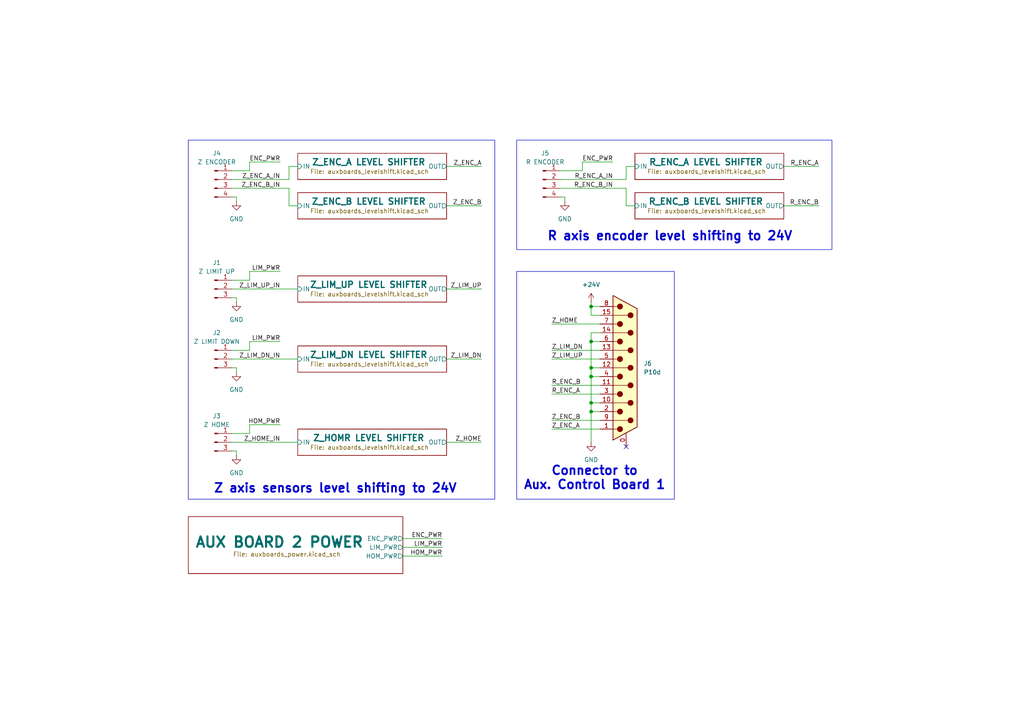
<source format=kicad_sch>
(kicad_sch (version 20231120) (generator "eeschema") (generator_version "8.0")
  (paper "A4")
  (title_block (title "Karcsi (INDACT Robot Arm) - Aux. Control Board 2") (date "2024-05-20") (rev "1.1") (company "LEGO Kör (legokor.hu)") (comment 1 "Designed by Máté Kovács, Panka Horváth, Gergely Halász") (comment 2 "Reviewed by Máté Kovács, Andi Serban, Péter Varga"))
  (lib_symbols
    (symbol "Connector:Conn_01x03_Pin" (pin_names (offset 1.016) hide)
      (property "Reference" "J" (at 0 5.08 0))
      (property "Value" "Conn_01x03_Pin" (at 0 -5.08 0))
      (symbol "Conn_01x03_Pin_1_1"
        (polyline (pts (xy 1.27 -2.54) (xy 0.8636 -2.54)) (stroke (width 0.1524)))
        (polyline (pts (xy 1.27 0) (xy 0.8636 0)) (stroke (width 0.1524)))
        (polyline (pts (xy 1.27 2.54) (xy 0.8636 2.54)) (stroke (width 0.1524)))
        (rectangle (start 0.8636 -2.413) (end 0 -2.667) (stroke (width 0.1524)) (fill (type outline)))
        (rectangle (start 0.8636 0.127) (end 0 -0.127) (stroke (width 0.1524)) (fill (type outline)))
        (rectangle (start 0.8636 2.667) (end 0 2.413) (stroke (width 0.1524)) (fill (type outline)))
        (pin passive line (at 5.08 2.54 180) (length 3.81) (name "Pin_1") (number "1"))
        (pin passive line (at 5.08 0 180) (length 3.81) (name "Pin_2") (number "2"))
        (pin passive line (at 5.08 -2.54 180) (length 3.81) (name "Pin_3") (number "3"))
      )
    )
    (symbol "Connector:Conn_01x04_Pin" (pin_names (offset 1.016) hide)
      (property "Reference" "J" (at 0 5.08 0))
      (property "Value" "Conn_01x04_Pin" (at 0 -7.62 0))
      (symbol "Conn_01x04_Pin_1_1"
        (polyline (pts (xy 1.27 -5.08) (xy 0.8636 -5.08)) (stroke (width 0.1524)))
        (polyline (pts (xy 1.27 -2.54) (xy 0.8636 -2.54)) (stroke (width 0.1524)))
        (polyline (pts (xy 1.27 0) (xy 0.8636 0)) (stroke (width 0.1524)))
        (polyline (pts (xy 1.27 2.54) (xy 0.8636 2.54)) (stroke (width 0.1524)))
        (rectangle (start 0.8636 -4.953) (end 0 -5.207) (stroke (width 0.1524)) (fill (type outline)))
        (rectangle (start 0.8636 -2.413) (end 0 -2.667) (stroke (width 0.1524)) (fill (type outline)))
        (rectangle (start 0.8636 0.127) (end 0 -0.127) (stroke (width 0.1524)) (fill (type outline)))
        (rectangle (start 0.8636 2.667) (end 0 2.413) (stroke (width 0.1524)) (fill (type outline)))
        (pin passive line (at 5.08 2.54 180) (length 3.81) (name "Pin_1") (number "1"))
        (pin passive line (at 5.08 0 180) (length 3.81) (name "Pin_2") (number "2"))
        (pin passive line (at 5.08 -2.54 180) (length 3.81) (name "Pin_3") (number "3"))
        (pin passive line (at 5.08 -5.08 180) (length 3.81) (name "Pin_4") (number "4"))
      )
    )
    (symbol "Connector:DA15_Plug_MountingHoles" (pin_names (offset 1.016) hide)
      (property "Reference" "J" (at 0 24.13 0))
      (property "Value" "DA15_Plug_MountingHoles" (at 0 22.225 0))
      (symbol "DA15_Plug_MountingHoles_0_1"
        (circle (center -1.778 -17.78) (radius 0.762) (fill (type outline)))
        (circle (center -1.778 -12.7) (radius 0.762) (fill (type outline)))
        (circle (center -1.778 -7.62) (radius 0.762) (fill (type outline)))
        (circle (center -1.778 -2.54) (radius 0.762) (fill (type outline)))
        (circle (center -1.778 2.54) (radius 0.762) (fill (type outline)))
        (circle (center -1.778 7.62) (radius 0.762) (fill (type outline)))
        (circle (center -1.778 12.7) (radius 0.762) (fill (type outline)))
        (circle (center -1.778 17.78) (radius 0.762) (fill (type outline)))
        (polyline (pts (xy -3.81 -17.78) (xy -2.54 -17.78)))
        (polyline (pts (xy -3.81 -15.24) (xy 0.508 -15.24)))
        (polyline (pts (xy -3.81 -12.7) (xy -2.54 -12.7)))
        (polyline (pts (xy -3.81 -10.16) (xy 0.508 -10.16)))
        (polyline (pts (xy -3.81 -7.62) (xy -2.54 -7.62)))
        (polyline (pts (xy -3.81 -5.08) (xy 0.508 -5.08)))
        (polyline (pts (xy -3.81 -2.54) (xy -2.54 -2.54)))
        (polyline (pts (xy -3.81 0) (xy 0.508 0)))
        (polyline (pts (xy -3.81 2.54) (xy -2.54 2.54)))
        (polyline (pts (xy -3.81 5.08) (xy 0.508 5.08)))
        (polyline (pts (xy -3.81 7.62) (xy -2.54 7.62)))
        (polyline (pts (xy -3.81 10.16) (xy 0.508 10.16)))
        (polyline (pts (xy -3.81 12.7) (xy -2.54 12.7)))
        (polyline (pts (xy -3.81 15.24) (xy 0.508 15.24)))
        (polyline (pts (xy -3.81 17.78) (xy -2.54 17.78)))
        (polyline (pts (xy -3.81 -20.955) (xy 3.175 -17.145) (xy 3.175 17.145) (xy -3.81 20.955) (xy -3.81 -20.955)) (stroke (width 0.254)) (fill (type background)))
        (circle (center 1.27 -15.24) (radius 0.762) (fill (type outline)))
        (circle (center 1.27 -10.16) (radius 0.762) (fill (type outline)))
        (circle (center 1.27 -5.08) (radius 0.762) (fill (type outline)))
        (circle (center 1.27 0) (radius 0.762) (fill (type outline)))
        (circle (center 1.27 5.08) (radius 0.762) (fill (type outline)))
        (circle (center 1.27 10.16) (radius 0.762) (fill (type outline)))
        (circle (center 1.27 15.24) (radius 0.762) (fill (type outline)))
      )
      (symbol "DA15_Plug_MountingHoles_1_1"
        (pin passive line (at 0 -22.86 90) (length 3.81) (name "PAD") (number "0"))
        (pin passive line (at -7.62 -17.78 0) (length 3.81) (name "1") (number "1"))
        (pin passive line (at -7.62 -10.16 0) (length 3.81) (name "P10") (number "10"))
        (pin passive line (at -7.62 -5.08 0) (length 3.81) (name "P111") (number "11"))
        (pin passive line (at -7.62 0 0) (length 3.81) (name "P12") (number "12"))
        (pin passive line (at -7.62 5.08 0) (length 3.81) (name "P13") (number "13"))
        (pin passive line (at -7.62 10.16 0) (length 3.81) (name "P14") (number "14"))
        (pin passive line (at -7.62 15.24 0) (length 3.81) (name "P15") (number "15"))
        (pin passive line (at -7.62 -12.7 0) (length 3.81) (name "2") (number "2"))
        (pin passive line (at -7.62 -7.62 0) (length 3.81) (name "3") (number "3"))
        (pin passive line (at -7.62 -2.54 0) (length 3.81) (name "4") (number "4"))
        (pin passive line (at -7.62 2.54 0) (length 3.81) (name "5") (number "5"))
        (pin passive line (at -7.62 7.62 0) (length 3.81) (name "6") (number "6"))
        (pin passive line (at -7.62 12.7 0) (length 3.81) (name "7") (number "7"))
        (pin passive line (at -7.62 17.78 0) (length 3.81) (name "8") (number "8"))
        (pin passive line (at -7.62 -15.24 0) (length 3.81) (name "P9") (number "9"))
      )
    )
    (symbol "power:+24V" (power) (pin_numbers hide) (pin_names (offset 0) hide)
      (property "Value" "+24V" (at 0 3.556 0))
      (symbol "+24V_0_1"
        (polyline (pts (xy -0.762 1.27) (xy 0 2.54)))
        (polyline (pts (xy 0 0) (xy 0 2.54)))
        (polyline (pts (xy 0 2.54) (xy 0.762 1.27)))
      )
      (symbol "+24V_1_1"
        (pin power_in line (at 0 0 90) (length 0) (name "~") (number "1"))
      )
    )
    (symbol "power:GND" (power) (pin_numbers hide) (pin_names (offset 0) hide)
      (property "Value" "GND" (at 0 -3.81 0))
      (symbol "GND_0_1"
        (polyline (pts (xy 0 0) (xy 0 -1.27) (xy 1.27 -1.27) (xy 0 -2.54) (xy -1.27 -1.27) (xy 0 -1.27)))
      )
      (symbol "GND_1_1"
        (pin power_in line (at 0 0 270) (length 0) (name "~") (number "1"))
      )
    )
  )
  (junction (at 171.45 88.9))
  (junction (at 171.45 99.06))
  (junction (at 171.45 109.22))
  (junction (at 171.45 106.68))
  (junction (at 171.45 116.84))
  (junction (at 171.45 119.38))
  (no_connect (at 181.61 129.54))
  (wire (pts (xy 129.54 59.69) (xy 139.7 59.69)))
  (wire (pts (xy 83.82 54.61) (xy 83.82 59.69)))
  (wire (pts (xy 67.31 81.28) (xy 72.39 81.28)))
  (wire (pts (xy 168.91 46.99) (xy 168.91 49.53)))
  (wire (pts (xy 181.61 48.26) (xy 184.15 48.26)))
  (wire (pts (xy 171.45 128.27) (xy 171.45 119.38)))
  (wire (pts (xy 162.56 49.53) (xy 168.91 49.53)))
  (wire (pts (xy 227.33 48.26) (xy 237.49 48.26)))
  (wire (pts (xy 171.45 88.9) (xy 171.45 87.63)))
  (wire (pts (xy 67.31 52.07) (xy 83.82 52.07)))
  (wire (pts (xy 160.02 93.98) (xy 173.99 93.98)))
  (wire (pts (xy 162.56 52.07) (xy 181.61 52.07)))
  (wire (pts (xy 171.45 109.22) (xy 171.45 116.84)))
  (wire (pts (xy 72.39 125.73) (xy 72.39 123.19)))
  (wire (pts (xy 171.45 91.44) (xy 171.45 88.9)))
  (wire (pts (xy 67.31 104.14) (xy 86.36 104.14)))
  (wire (pts (xy 72.39 101.6) (xy 72.39 99.06)))
  (wire (pts (xy 173.99 99.06) (xy 171.45 99.06)))
  (wire (pts (xy 68.58 106.68) (xy 68.58 107.95)))
  (wire (pts (xy 116.84 156.21) (xy 128.27 156.21)))
  (wire (pts (xy 162.56 54.61) (xy 181.61 54.61)))
  (wire (pts (xy 160.02 111.76) (xy 173.99 111.76)))
  (wire (pts (xy 171.45 106.68) (xy 171.45 109.22)))
  (wire (pts (xy 160.02 121.92) (xy 173.99 121.92)))
  (wire (pts (xy 67.31 125.73) (xy 72.39 125.73)))
  (wire (pts (xy 68.58 86.36) (xy 68.58 87.63)))
  (wire (pts (xy 173.99 116.84) (xy 171.45 116.84)))
  (wire (pts (xy 67.31 49.53) (xy 72.39 49.53)))
  (wire (pts (xy 177.8 46.99) (xy 168.91 46.99)))
  (wire (pts (xy 171.45 99.06) (xy 171.45 106.68)))
  (wire (pts (xy 67.31 101.6) (xy 72.39 101.6)))
  (wire (pts (xy 129.54 83.82) (xy 139.7 83.82)))
  (wire (pts (xy 181.61 54.61) (xy 181.61 59.69)))
  (wire (pts (xy 171.45 116.84) (xy 171.45 119.38)))
  (wire (pts (xy 173.99 106.68) (xy 171.45 106.68)))
  (wire (pts (xy 171.45 96.52) (xy 171.45 99.06)))
  (wire (pts (xy 68.58 57.15) (xy 68.58 58.42)))
  (wire (pts (xy 116.84 158.75) (xy 128.27 158.75)))
  (wire (pts (xy 116.84 161.29) (xy 128.27 161.29)))
  (wire (pts (xy 160.02 101.6) (xy 173.99 101.6)))
  (wire (pts (xy 67.31 130.81) (xy 68.58 130.81)))
  (wire (pts (xy 181.61 59.69) (xy 184.15 59.69)))
  (wire (pts (xy 67.31 86.36) (xy 68.58 86.36)))
  (wire (pts (xy 181.61 52.07) (xy 181.61 48.26)))
  (wire (pts (xy 160.02 124.46) (xy 173.99 124.46)))
  (wire (pts (xy 83.82 59.69) (xy 86.36 59.69)))
  (wire (pts (xy 67.31 57.15) (xy 68.58 57.15)))
  (wire (pts (xy 227.33 59.69) (xy 237.49 59.69)))
  (wire (pts (xy 129.54 48.26) (xy 139.7 48.26)))
  (wire (pts (xy 67.31 106.68) (xy 68.58 106.68)))
  (wire (pts (xy 129.54 128.27) (xy 139.7 128.27)))
  (wire (pts (xy 83.82 48.26) (xy 86.36 48.26)))
  (wire (pts (xy 72.39 81.28) (xy 72.39 78.74)))
  (wire (pts (xy 171.45 119.38) (xy 173.99 119.38)))
  (wire (pts (xy 173.99 96.52) (xy 171.45 96.52)))
  (wire (pts (xy 72.39 78.74) (xy 81.28 78.74)))
  (wire (pts (xy 173.99 109.22) (xy 171.45 109.22)))
  (wire (pts (xy 160.02 104.14) (xy 173.99 104.14)))
  (wire (pts (xy 67.31 54.61) (xy 83.82 54.61)))
  (wire (pts (xy 160.02 114.3) (xy 173.99 114.3)))
  (wire (pts (xy 81.28 46.99) (xy 72.39 46.99)))
  (wire (pts (xy 67.31 128.27) (xy 86.36 128.27)))
  (wire (pts (xy 67.31 83.82) (xy 86.36 83.82)))
  (wire (pts (xy 72.39 99.06) (xy 81.28 99.06)))
  (wire (pts (xy 129.54 104.14) (xy 139.7 104.14)))
  (wire (pts (xy 173.99 91.44) (xy 171.45 91.44)))
  (wire (pts (xy 72.39 123.19) (xy 81.28 123.19)))
  (wire (pts (xy 83.82 52.07) (xy 83.82 48.26)))
  (wire (pts (xy 68.58 130.81) (xy 68.58 132.08)))
  (wire (pts (xy 163.83 57.15) (xy 163.83 58.42)))
  (wire (pts (xy 162.56 57.15) (xy 163.83 57.15)))
  (wire (pts (xy 173.99 88.9) (xy 171.45 88.9)))
  (wire (pts (xy 72.39 46.99) (xy 72.39 49.53)))
  (rectangle (start 149.86 78.74) (end 195.58 144.78))
  (rectangle (start 149.86 40.64) (end 241.3 72.39))
  (rectangle (start 54.61 40.64) (end 143.51 144.78))
  (text "Connector to\nAux. Control Board 1" (at 172.466 138.684 0) (effects (font (size 2.54 2.54) (bold yes))))
  (text "Z axis sensors level shifting to 24V" (at 97.282 141.732 0) (effects (font (size 2.54 2.54) (thickness 0.508) (bold yes))))
  (text "R axis encoder level shifting to 24V" (at 194.31 68.58 0) (effects (font (size 2.54 2.54) (bold yes))))
  (label "Z_ENC_B_IN" (at 81.28 54.61 180))
  (label "Z_LIM_UP" (at 160.02 104.14 0))
  (label "ENC_PWR" (at 128.27 156.21 180))
  (label "LIM_PWR" (at 128.27 158.75 180))
  (label "Z_ENC_B" (at 160.02 121.92 0))
  (label "R_ENC_A" (at 237.49 48.26 180))
  (label "ENC_PWR" (at 81.28 46.99 180))
  (label "LIM_PWR" (at 81.28 99.06 180))
  (label "Z_HOME" (at 160.02 93.98 0))
  (label "ENC_PWR" (at 177.8 46.99 180))
  (label "Z_LIM_DN_IN" (at 81.28 104.14 180))
  (label "R_ENC_A_IN" (at 177.8 52.07 180))
  (label "Z_LIM_DN" (at 139.7 104.14 180))
  (label "LIM_PWR" (at 81.28 78.74 180))
  (label "Z_ENC_A_IN" (at 81.28 52.07 180))
  (label "Z_LIM_UP" (at 139.7 83.82 180))
  (label "HOM_PWR" (at 128.27 161.29 180))
  (label "R_ENC_B_IN" (at 177.8 54.61 180))
  (label "Z_LIM_UP_IN" (at 81.28 83.82 180))
  (label "R_ENC_A" (at 160.02 114.3 0))
  (label "R_ENC_B" (at 160.02 111.76 0))
  (label "Z_LIM_DN" (at 160.02 101.6 0))
  (label "Z_ENC_A" (at 160.02 124.46 0))
  (label "Z_ENC_B" (at 139.7 59.69 180))
  (label "Z_ENC_A" (at 139.7 48.26 180))
  (label "Z_HOME" (at 139.7 128.27 180))
  (label "R_ENC_B" (at 237.49 59.69 180))
  (label "Z_HOME_IN" (at 81.28 128.27 180))
  (label "HOM_PWR" (at 81.28 123.19 180))
  (symbol (lib_id "power:GND") (at 68.58 132.08 0) (unit 1)
    (property "Reference" "#PWR037" (effects (hide yes)))
    (property "Value" "GND" (at 68.58 137.16 0))
    (property "Description" "Power symbol creates a global label with name \"GND\" , ground" (effects (hide yes)))
  )
  (symbol (lib_id "power:GND") (at 68.58 87.63 0) (unit 1)
    (property "Reference" "#PWR035" (effects (hide yes)))
    (property "Value" "GND" (at 68.58 92.71 0))
    (property "Description" "Power symbol creates a global label with name \"GND\" , ground" (effects (hide yes)))
  )
  (symbol (lib_id "Connector:Conn_01x04_Pin") (at 157.48 52.07 0) (unit 1)
    (property "Reference" "J5" (at 158.115 44.45 0))
    (property "Value" "R ENCODER" (at 158.115 46.99 0))
    (property "Footprint" "Connector_PinHeader_2.54mm:PinHeader_1x04_P2.54mm_Horizontal" (effects (hide yes)))
    (property "Description" "Generic connector, single row, 01x04, script generated" (effects (hide yes)))
    (property "Sourced" "1" (effects (hide yes)))
    (property "Supplier" "LEGOlab" (effects (hide yes)))
    (property "Supplier item no" "-" (effects (hide yes)))
  )
  (symbol (lib_id "Connector:Conn_01x03_Pin") (at 62.23 128.27 0) (unit 1)
    (property "Reference" "J3" (at 62.865 120.65 0))
    (property "Value" "Z HOME" (at 62.865 123.19 0))
    (property "Footprint" "Connector_PinHeader_2.54mm:PinHeader_1x03_P2.54mm_Horizontal" (effects (hide yes)))
    (property "Description" "Generic connector, single row, 01x03, script generated" (effects (hide yes)))
    (property "Sourced" "1" (effects (hide yes)))
    (property "Supplier" "LEGOlab" (effects (hide yes)))
    (property "Supplier item no" "-" (effects (hide yes)))
  )
  (symbol (lib_id "Connector:Conn_01x03_Pin") (at 62.23 83.82 0) (unit 1)
    (property "Reference" "J1" (at 62.865 76.2 0))
    (property "Value" "Z LIMIT UP" (at 62.865 78.74 0))
    (property "Footprint" "Connector_PinHeader_2.54mm:PinHeader_1x03_P2.54mm_Horizontal" (effects (hide yes)))
    (property "Description" "Generic connector, single row, 01x03, script generated" (effects (hide yes)))
    (property "Sourced" "1" (effects (hide yes)))
    (property "Supplier" "LEGOlab" (effects (hide yes)))
    (property "Supplier item no" "-" (effects (hide yes)))
  )
  (symbol (lib_id "Connector:Conn_01x03_Pin") (at 62.23 104.14 0) (unit 1)
    (property "Reference" "J2" (at 62.865 96.52 0))
    (property "Value" "Z LIMIT DOWN" (at 62.865 99.06 0))
    (property "Footprint" "Connector_PinHeader_2.54mm:PinHeader_1x03_P2.54mm_Horizontal" (effects (hide yes)))
    (property "Description" "Generic connector, single row, 01x03, script generated" (effects (hide yes)))
    (property "Sourced" "1" (effects (hide yes)))
    (property "Supplier" "LEGOlab" (effects (hide yes)))
    (property "Supplier item no" "-" (effects (hide yes)))
  )
  (symbol (lib_id "Connector:DA15_Plug_MountingHoles") (at 181.61 106.68 0) (unit 1)
    (property "Reference" "J6" (at 186.69 105.4099 0) (effects (justify left)))
    (property "Value" "P10d" (at 186.69 107.9499 0) (effects (justify left)))
    (property "Footprint" "Connector_Dsub:DSUB-15_Male_Horizontal_P2.77x2.84mm_EdgePinOffset7.70mm_Housed_MountingHolesOffset9.12mm" (effects (hide yes)))
    (property "Datasheet" " ~" (effects (hide yes)))
    (property "Description" "15-pin male plug pin D-SUB connector (low-density/2 columns), Mounting Hole" (effects (hide yes)))
    (property "Sourced" "1" (effects (hide yes)))
    (property "Supplier" "LEGOlab" (effects (hide yes)))
    (property "Supplier item no" "-" (effects (hide yes)))
  )
  (symbol (lib_id "power:GND") (at 68.58 58.42 0) (unit 1)
    (property "Reference" "#PWR034" (effects (hide yes)))
    (property "Value" "GND" (at 68.58 63.5 0))
    (property "Description" "Power symbol creates a global label with name \"GND\" , ground" (effects (hide yes)))
  )
  (symbol (lib_id "power:GND") (at 68.58 107.95 0) (unit 1)
    (property "Reference" "#PWR036" (effects (hide yes)))
    (property "Value" "GND" (at 68.58 113.03 0))
    (property "Description" "Power symbol creates a global label with name \"GND\" , ground" (effects (hide yes)))
  )
  (symbol (lib_id "power:GND") (at 171.45 128.27 0) (unit 1)
    (property "Reference" "#PWR032" (effects (hide yes)))
    (property "Value" "GND" (at 171.45 133.35 0))
    (property "Description" "Power symbol creates a global label with name \"GND\" , ground" (effects (hide yes)))
  )
  (symbol (lib_id "Connector:Conn_01x04_Pin") (at 62.23 52.07 0) (unit 1)
    (property "Reference" "J4" (at 62.865 44.45 0))
    (property "Value" "Z ENCODER" (at 62.865 46.99 0))
    (property "Footprint" "Connector_PinHeader_2.54mm:PinHeader_1x04_P2.54mm_Horizontal" (effects (hide yes)))
    (property "Description" "Generic connector, single row, 01x04, script generated" (effects (hide yes)))
    (property "Sourced" "1" (effects (hide yes)))
    (property "Supplier" "LEGOlab" (effects (hide yes)))
    (property "Supplier item no" "-" (effects (hide yes)))
  )
  (symbol (lib_id "power:GND") (at 163.83 58.42 0) (unit 1)
    (property "Reference" "#PWR033" (effects (hide yes)))
    (property "Value" "GND" (at 163.83 63.5 0))
    (property "Description" "Power symbol creates a global label with name \"GND\" , ground" (effects (hide yes)))
  )
  (symbol (lib_id "power:+24V") (at 171.45 87.63 0) (unit 1)
    (property "Reference" "#PWR038" (effects (hide yes)))
    (property "Value" "+24V" (at 171.45 82.55 0))
    (property "Description" "Power symbol creates a global label with name \"+24V\"" (effects (hide yes)))
  )
  (sheet (at 54.61 149.86) (size 62.23 16.51) (stroke (width 0.1524))
    (property "Sheetname" "AUX BOARD 2 POWER" (at 81.026 157.226 0) (effects (font (size 3 3) (bold yes))))
    (property "Sheetfile" "auxboards_power.kicad_sch" (at 67.564 160.02 0) (effects (justify left top)))
    (pin "HOM_PWR" output (at 116.84 161.29 0))
    (pin "LIM_PWR" output (at 116.84 158.75 0))
    (pin "ENC_PWR" output (at 116.84 156.21 0))
  )
  (sheet (at 184.15 44.45) (size 43.18 7.62) (stroke (width 0.1524))
    (property "Sheetname" "R_ENC_A LEVEL SHIFTER" (at 204.724 46.99 0) (effects (font (size 1.8 1.8) (bold yes))))
    (property "Sheetfile" "auxboards_levelshift.kicad_sch" (at 187.706 49.022 0) (effects (justify left top)))
    (pin "OUT" output (at 227.33 48.26 0))
    (pin "IN" input (at 184.15 48.26 180))
  )
  (sheet (at 86.36 80.01) (size 43.18 7.62) (stroke (width 0.1524))
    (property "Sheetname" "Z_LIM_UP LEVEL SHIFTER" (at 106.934 82.55 0) (effects (font (size 1.8 1.8) (bold yes))))
    (property "Sheetfile" "auxboards_levelshift.kicad_sch" (at 89.916 84.582 0) (effects (justify left top)))
    (pin "OUT" output (at 129.54 83.82 0))
    (pin "IN" input (at 86.36 83.82 180))
  )
  (sheet (at 184.15 55.88) (size 43.18 7.62) (stroke (width 0.1524))
    (property "Sheetname" "R_ENC_B LEVEL SHIFTER" (at 204.724 58.42 0) (effects (font (size 1.8 1.8) (bold yes))))
    (property "Sheetfile" "auxboards_levelshift.kicad_sch" (at 187.706 60.452 0) (effects (justify left top)))
    (pin "OUT" output (at 227.33 59.69 0))
    (pin "IN" input (at 184.15 59.69 180))
  )
  (sheet (at 86.36 124.46) (size 43.18 7.62) (stroke (width 0.1524))
    (property "Sheetname" "Z_HOMR LEVEL SHIFTER" (at 106.934 127 0) (effects (font (size 1.8 1.8) (bold yes))))
    (property "Sheetfile" "auxboards_levelshift.kicad_sch" (at 89.916 129.032 0) (effects (justify left top)))
    (pin "OUT" output (at 129.54 128.27 0))
    (pin "IN" input (at 86.36 128.27 180))
  )
  (sheet (at 86.36 44.45) (size 43.18 7.62) (stroke (width 0.1524))
    (property "Sheetname" "Z_ENC_A LEVEL SHIFTER" (at 106.934 46.99 0) (effects (font (size 1.8 1.8) (bold yes))))
    (property "Sheetfile" "auxboards_levelshift.kicad_sch" (at 89.916 49.022 0) (effects (justify left top)))
    (pin "OUT" output (at 129.54 48.26 0))
    (pin "IN" input (at 86.36 48.26 180))
  )
  (sheet (at 86.36 100.33) (size 43.18 7.62) (stroke (width 0.1524))
    (property "Sheetname" "Z_LIM_DN LEVEL SHIFTER" (at 106.934 102.87 0) (effects (font (size 1.8 1.8) (bold yes))))
    (property "Sheetfile" "auxboards_levelshift.kicad_sch" (at 89.916 104.902 0) (effects (justify left top)))
    (pin "OUT" output (at 129.54 104.14 0))
    (pin "IN" input (at 86.36 104.14 180))
  )
  (sheet (at 86.36 55.88) (size 43.18 7.62) (stroke (width 0.1524))
    (property "Sheetname" "Z_ENC_B LEVEL SHIFTER" (at 106.934 58.42 0) (effects (font (size 1.8 1.8) (bold yes))))
    (property "Sheetfile" "auxboards_levelshift.kicad_sch" (at 89.916 60.452 0) (effects (justify left top)))
    (pin "OUT" output (at 129.54 59.69 0))
    (pin "IN" input (at 86.36 59.69 180))
  )
)
</source>
